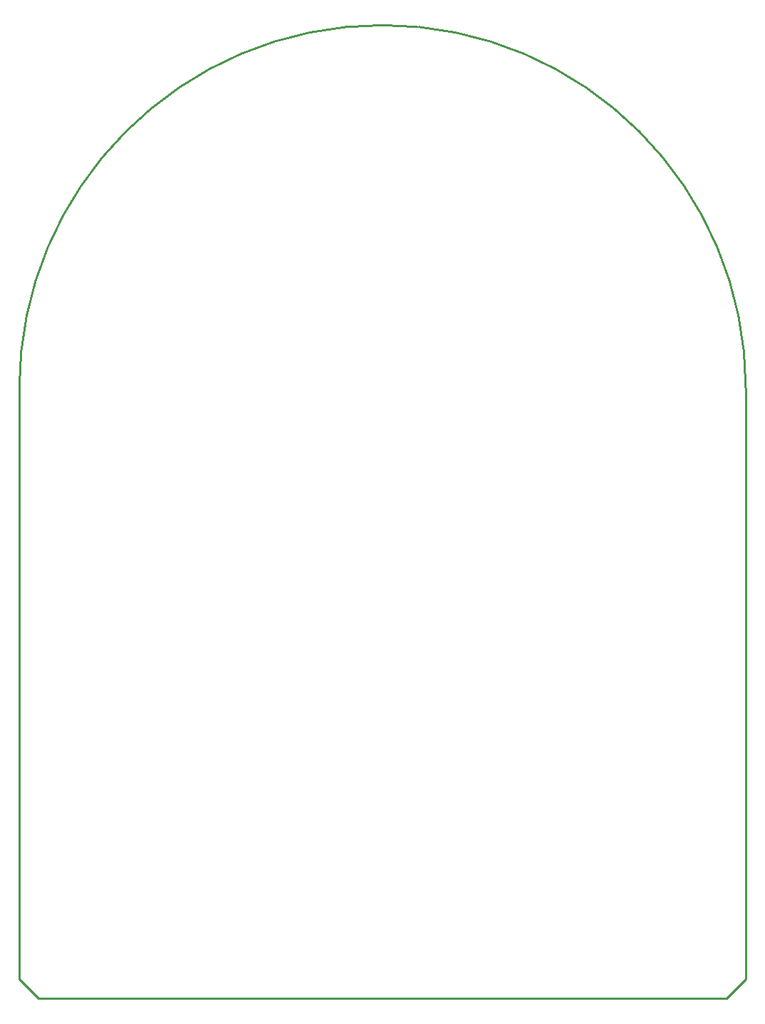
<source format=gm1>
G04*
G04 #@! TF.GenerationSoftware,Altium Limited,Altium Designer,23.8.1 (32)*
G04*
G04 Layer_Color=16711935*
%FSLAX25Y25*%
%MOIN*%
G70*
G04*
G04 #@! TF.SameCoordinates,B00BB811-4D84-4737-8C1C-C2D0D2789402*
G04*
G04*
G04 #@! TF.FilePolarity,Positive*
G04*
G01*
G75*
%ADD15C,0.01000*%
D15*
X170000Y0D02*
G03*
X-170000Y0I-170000J0D01*
G01*
Y-276000D02*
Y0D01*
Y-276000D02*
X-161000Y-285000D01*
X161000D01*
X170000Y-276000D01*
Y0D01*
M02*

</source>
